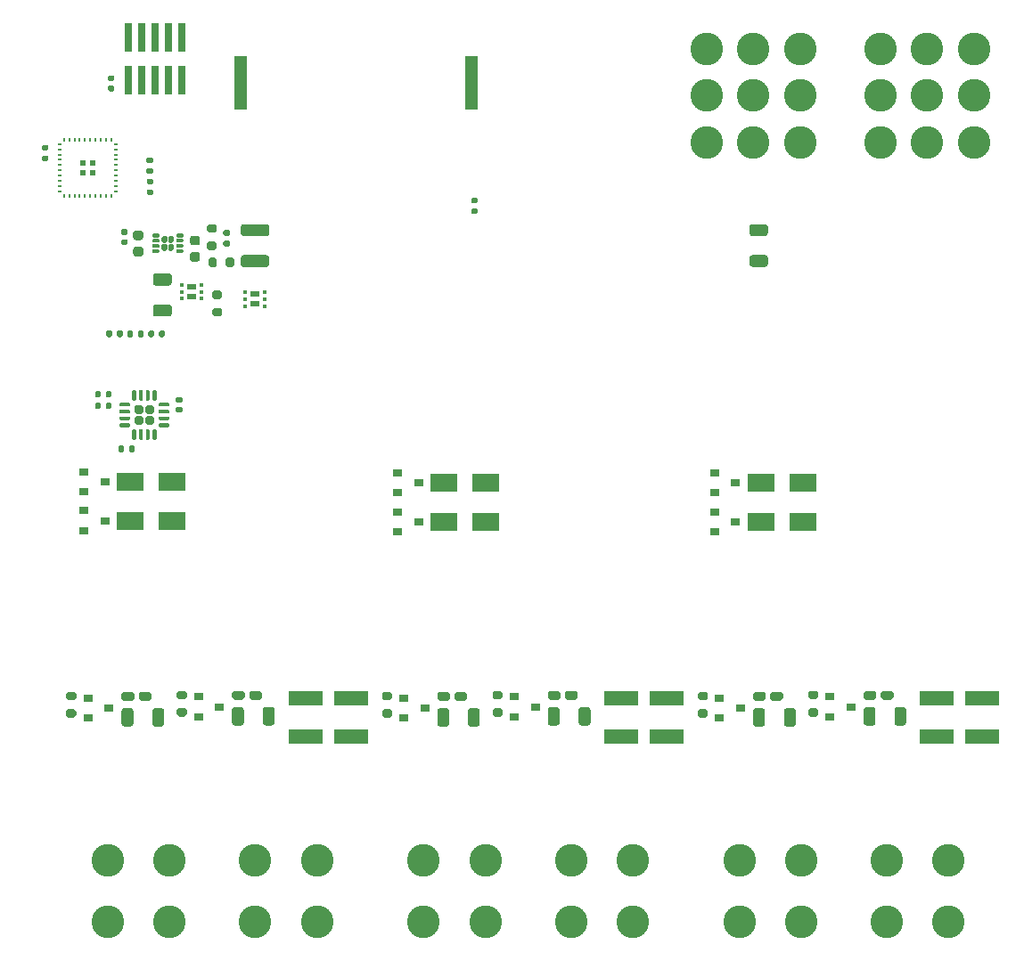
<source format=gbr>
%TF.GenerationSoftware,KiCad,Pcbnew,(5.1.9-0-10_14)*%
%TF.CreationDate,2021-05-25T14:21:41-07:00*%
%TF.ProjectId,tp_radio_board,74705f72-6164-4696-9f5f-626f6172642e,rev?*%
%TF.SameCoordinates,Original*%
%TF.FileFunction,Paste,Top*%
%TF.FilePolarity,Positive*%
%FSLAX46Y46*%
G04 Gerber Fmt 4.6, Leading zero omitted, Abs format (unit mm)*
G04 Created by KiCad (PCBNEW (5.1.9-0-10_14)) date 2021-05-25 14:21:41*
%MOMM*%
%LPD*%
G01*
G04 APERTURE LIST*
%ADD10R,0.762000X2.794000*%
%ADD11R,0.500000X0.500000*%
%ADD12R,0.250000X0.350000*%
%ADD13R,0.350000X0.250000*%
%ADD14R,0.900000X0.800000*%
%ADD15C,3.100000*%
%ADD16R,0.950000X0.613000*%
%ADD17R,0.325000X0.300000*%
%ADD18R,3.300000X1.400000*%
%ADD19R,2.500000X1.800000*%
%ADD20R,1.270000X5.080000*%
G04 APERTURE END LIST*
D10*
%TO.C,J1*%
X31340000Y-102772000D03*
X31340000Y-98708000D03*
X32610000Y-102772000D03*
X32610000Y-98708000D03*
X33880000Y-102772000D03*
X33880000Y-98708000D03*
X35150000Y-102772000D03*
X35150000Y-98708000D03*
X36420000Y-102772000D03*
X36420000Y-98708000D03*
%TD*%
D11*
%TO.C,U1*%
X27050000Y-111550000D03*
X27950000Y-111550000D03*
X27950000Y-110650000D03*
X27050000Y-110650000D03*
D12*
X29750000Y-108450000D03*
X29250000Y-108450000D03*
X28750000Y-108450000D03*
X28250000Y-108450000D03*
X27750000Y-108450000D03*
X27250000Y-108450000D03*
X26750000Y-108450000D03*
X25750000Y-108450000D03*
X26250000Y-108450000D03*
X25250000Y-108450000D03*
D13*
X30150000Y-108850000D03*
X30150000Y-109350000D03*
X30150000Y-109850000D03*
X30150000Y-110350000D03*
X30150000Y-110850000D03*
X30150000Y-111350000D03*
X30150000Y-111850000D03*
X30150000Y-112350000D03*
X30150000Y-112850000D03*
X30150000Y-113350000D03*
D12*
X29750000Y-113750000D03*
X29250000Y-113750000D03*
X28750000Y-113750000D03*
X28250000Y-113750000D03*
X27750000Y-113750000D03*
X27250000Y-113750000D03*
X26750000Y-113750000D03*
X26250000Y-113750000D03*
X25750000Y-113750000D03*
X25250000Y-113750000D03*
D13*
X24850000Y-113350000D03*
X24850000Y-112850000D03*
X24850000Y-112350000D03*
X24850000Y-111850000D03*
X24850000Y-111350000D03*
X24850000Y-110850000D03*
X24850000Y-110350000D03*
X24850000Y-109850000D03*
X24850000Y-109350000D03*
X24850000Y-108850000D03*
%TD*%
%TO.C,D12*%
G36*
G01*
X102840000Y-161462500D02*
X102840000Y-161037500D01*
G75*
G02*
X103052500Y-160825000I212500J0D01*
G01*
X103852500Y-160825000D01*
G75*
G02*
X104065000Y-161037500I0J-212500D01*
G01*
X104065000Y-161462500D01*
G75*
G02*
X103852500Y-161675000I-212500J0D01*
G01*
X103052500Y-161675000D01*
G75*
G02*
X102840000Y-161462500I0J212500D01*
G01*
G37*
G36*
G01*
X101215000Y-161462500D02*
X101215000Y-161037500D01*
G75*
G02*
X101427500Y-160825000I212500J0D01*
G01*
X102227500Y-160825000D01*
G75*
G02*
X102440000Y-161037500I0J-212500D01*
G01*
X102440000Y-161462500D01*
G75*
G02*
X102227500Y-161675000I-212500J0D01*
G01*
X101427500Y-161675000D01*
G75*
G02*
X101215000Y-161462500I0J212500D01*
G01*
G37*
%TD*%
%TO.C,D11*%
G36*
G01*
X72840000Y-161462500D02*
X72840000Y-161037500D01*
G75*
G02*
X73052500Y-160825000I212500J0D01*
G01*
X73852500Y-160825000D01*
G75*
G02*
X74065000Y-161037500I0J-212500D01*
G01*
X74065000Y-161462500D01*
G75*
G02*
X73852500Y-161675000I-212500J0D01*
G01*
X73052500Y-161675000D01*
G75*
G02*
X72840000Y-161462500I0J212500D01*
G01*
G37*
G36*
G01*
X71215000Y-161462500D02*
X71215000Y-161037500D01*
G75*
G02*
X71427500Y-160825000I212500J0D01*
G01*
X72227500Y-160825000D01*
G75*
G02*
X72440000Y-161037500I0J-212500D01*
G01*
X72440000Y-161462500D01*
G75*
G02*
X72227500Y-161675000I-212500J0D01*
G01*
X71427500Y-161675000D01*
G75*
G02*
X71215000Y-161462500I0J212500D01*
G01*
G37*
%TD*%
%TO.C,D10*%
G36*
G01*
X42840000Y-161462500D02*
X42840000Y-161037500D01*
G75*
G02*
X43052500Y-160825000I212500J0D01*
G01*
X43852500Y-160825000D01*
G75*
G02*
X44065000Y-161037500I0J-212500D01*
G01*
X44065000Y-161462500D01*
G75*
G02*
X43852500Y-161675000I-212500J0D01*
G01*
X43052500Y-161675000D01*
G75*
G02*
X42840000Y-161462500I0J212500D01*
G01*
G37*
G36*
G01*
X41215000Y-161462500D02*
X41215000Y-161037500D01*
G75*
G02*
X41427500Y-160825000I212500J0D01*
G01*
X42227500Y-160825000D01*
G75*
G02*
X42440000Y-161037500I0J-212500D01*
G01*
X42440000Y-161462500D01*
G75*
G02*
X42227500Y-161675000I-212500J0D01*
G01*
X41427500Y-161675000D01*
G75*
G02*
X41215000Y-161462500I0J212500D01*
G01*
G37*
%TD*%
%TO.C,R24*%
G36*
G01*
X42340000Y-162624998D02*
X42340000Y-163875002D01*
G75*
G02*
X42090002Y-164125000I-249998J0D01*
G01*
X41464998Y-164125000D01*
G75*
G02*
X41215000Y-163875002I0J249998D01*
G01*
X41215000Y-162624998D01*
G75*
G02*
X41464998Y-162375000I249998J0D01*
G01*
X42090002Y-162375000D01*
G75*
G02*
X42340000Y-162624998I0J-249998D01*
G01*
G37*
G36*
G01*
X45265000Y-162624998D02*
X45265000Y-163875002D01*
G75*
G02*
X45015002Y-164125000I-249998J0D01*
G01*
X44389998Y-164125000D01*
G75*
G02*
X44140000Y-163875002I0J249998D01*
G01*
X44140000Y-162624998D01*
G75*
G02*
X44389998Y-162375000I249998J0D01*
G01*
X45015002Y-162375000D01*
G75*
G02*
X45265000Y-162624998I0J-249998D01*
G01*
G37*
%TD*%
%TO.C,R26*%
G36*
G01*
X102340000Y-162624998D02*
X102340000Y-163875002D01*
G75*
G02*
X102090002Y-164125000I-249998J0D01*
G01*
X101464998Y-164125000D01*
G75*
G02*
X101215000Y-163875002I0J249998D01*
G01*
X101215000Y-162624998D01*
G75*
G02*
X101464998Y-162375000I249998J0D01*
G01*
X102090002Y-162375000D01*
G75*
G02*
X102340000Y-162624998I0J-249998D01*
G01*
G37*
G36*
G01*
X105265000Y-162624998D02*
X105265000Y-163875002D01*
G75*
G02*
X105015002Y-164125000I-249998J0D01*
G01*
X104389998Y-164125000D01*
G75*
G02*
X104140000Y-163875002I0J249998D01*
G01*
X104140000Y-162624998D01*
G75*
G02*
X104389998Y-162375000I249998J0D01*
G01*
X105015002Y-162375000D01*
G75*
G02*
X105265000Y-162624998I0J-249998D01*
G01*
G37*
%TD*%
%TO.C,R25*%
G36*
G01*
X72340000Y-162624998D02*
X72340000Y-163875002D01*
G75*
G02*
X72090002Y-164125000I-249998J0D01*
G01*
X71464998Y-164125000D01*
G75*
G02*
X71215000Y-163875002I0J249998D01*
G01*
X71215000Y-162624998D01*
G75*
G02*
X71464998Y-162375000I249998J0D01*
G01*
X72090002Y-162375000D01*
G75*
G02*
X72340000Y-162624998I0J-249998D01*
G01*
G37*
G36*
G01*
X75265000Y-162624998D02*
X75265000Y-163875002D01*
G75*
G02*
X75015002Y-164125000I-249998J0D01*
G01*
X74389998Y-164125000D01*
G75*
G02*
X74140000Y-163875002I0J249998D01*
G01*
X74140000Y-162624998D01*
G75*
G02*
X74389998Y-162375000I249998J0D01*
G01*
X75015002Y-162375000D01*
G75*
G02*
X75265000Y-162624998I0J-249998D01*
G01*
G37*
%TD*%
%TO.C,R21*%
G36*
G01*
X36715000Y-161625000D02*
X36165000Y-161625000D01*
G75*
G02*
X35965000Y-161425000I0J200000D01*
G01*
X35965000Y-161025000D01*
G75*
G02*
X36165000Y-160825000I200000J0D01*
G01*
X36715000Y-160825000D01*
G75*
G02*
X36915000Y-161025000I0J-200000D01*
G01*
X36915000Y-161425000D01*
G75*
G02*
X36715000Y-161625000I-200000J0D01*
G01*
G37*
G36*
G01*
X36715000Y-163275000D02*
X36165000Y-163275000D01*
G75*
G02*
X35965000Y-163075000I0J200000D01*
G01*
X35965000Y-162675000D01*
G75*
G02*
X36165000Y-162475000I200000J0D01*
G01*
X36715000Y-162475000D01*
G75*
G02*
X36915000Y-162675000I0J-200000D01*
G01*
X36915000Y-163075000D01*
G75*
G02*
X36715000Y-163275000I-200000J0D01*
G01*
G37*
%TD*%
%TO.C,R23*%
G36*
G01*
X96715000Y-161625000D02*
X96165000Y-161625000D01*
G75*
G02*
X95965000Y-161425000I0J200000D01*
G01*
X95965000Y-161025000D01*
G75*
G02*
X96165000Y-160825000I200000J0D01*
G01*
X96715000Y-160825000D01*
G75*
G02*
X96915000Y-161025000I0J-200000D01*
G01*
X96915000Y-161425000D01*
G75*
G02*
X96715000Y-161625000I-200000J0D01*
G01*
G37*
G36*
G01*
X96715000Y-163275000D02*
X96165000Y-163275000D01*
G75*
G02*
X95965000Y-163075000I0J200000D01*
G01*
X95965000Y-162675000D01*
G75*
G02*
X96165000Y-162475000I200000J0D01*
G01*
X96715000Y-162475000D01*
G75*
G02*
X96915000Y-162675000I0J-200000D01*
G01*
X96915000Y-163075000D01*
G75*
G02*
X96715000Y-163275000I-200000J0D01*
G01*
G37*
%TD*%
%TO.C,R22*%
G36*
G01*
X66715000Y-161625000D02*
X66165000Y-161625000D01*
G75*
G02*
X65965000Y-161425000I0J200000D01*
G01*
X65965000Y-161025000D01*
G75*
G02*
X66165000Y-160825000I200000J0D01*
G01*
X66715000Y-160825000D01*
G75*
G02*
X66915000Y-161025000I0J-200000D01*
G01*
X66915000Y-161425000D01*
G75*
G02*
X66715000Y-161625000I-200000J0D01*
G01*
G37*
G36*
G01*
X66715000Y-163275000D02*
X66165000Y-163275000D01*
G75*
G02*
X65965000Y-163075000I0J200000D01*
G01*
X65965000Y-162675000D01*
G75*
G02*
X66165000Y-162475000I200000J0D01*
G01*
X66715000Y-162475000D01*
G75*
G02*
X66915000Y-162675000I0J-200000D01*
G01*
X66915000Y-163075000D01*
G75*
G02*
X66715000Y-163275000I-200000J0D01*
G01*
G37*
%TD*%
%TO.C,R16*%
G36*
G01*
X31840000Y-162724998D02*
X31840000Y-163975002D01*
G75*
G02*
X31590002Y-164225000I-249998J0D01*
G01*
X30964998Y-164225000D01*
G75*
G02*
X30715000Y-163975002I0J249998D01*
G01*
X30715000Y-162724998D01*
G75*
G02*
X30964998Y-162475000I249998J0D01*
G01*
X31590002Y-162475000D01*
G75*
G02*
X31840000Y-162724998I0J-249998D01*
G01*
G37*
G36*
G01*
X34765000Y-162724998D02*
X34765000Y-163975002D01*
G75*
G02*
X34515002Y-164225000I-249998J0D01*
G01*
X33889998Y-164225000D01*
G75*
G02*
X33640000Y-163975002I0J249998D01*
G01*
X33640000Y-162724998D01*
G75*
G02*
X33889998Y-162475000I249998J0D01*
G01*
X34515002Y-162475000D01*
G75*
G02*
X34765000Y-162724998I0J-249998D01*
G01*
G37*
%TD*%
%TO.C,R18*%
G36*
G01*
X91840000Y-162724998D02*
X91840000Y-163975002D01*
G75*
G02*
X91590002Y-164225000I-249998J0D01*
G01*
X90964998Y-164225000D01*
G75*
G02*
X90715000Y-163975002I0J249998D01*
G01*
X90715000Y-162724998D01*
G75*
G02*
X90964998Y-162475000I249998J0D01*
G01*
X91590002Y-162475000D01*
G75*
G02*
X91840000Y-162724998I0J-249998D01*
G01*
G37*
G36*
G01*
X94765000Y-162724998D02*
X94765000Y-163975002D01*
G75*
G02*
X94515002Y-164225000I-249998J0D01*
G01*
X93889998Y-164225000D01*
G75*
G02*
X93640000Y-163975002I0J249998D01*
G01*
X93640000Y-162724998D01*
G75*
G02*
X93889998Y-162475000I249998J0D01*
G01*
X94515002Y-162475000D01*
G75*
G02*
X94765000Y-162724998I0J-249998D01*
G01*
G37*
%TD*%
%TO.C,R17*%
G36*
G01*
X61840000Y-162724998D02*
X61840000Y-163975002D01*
G75*
G02*
X61590002Y-164225000I-249998J0D01*
G01*
X60964998Y-164225000D01*
G75*
G02*
X60715000Y-163975002I0J249998D01*
G01*
X60715000Y-162724998D01*
G75*
G02*
X60964998Y-162475000I249998J0D01*
G01*
X61590002Y-162475000D01*
G75*
G02*
X61840000Y-162724998I0J-249998D01*
G01*
G37*
G36*
G01*
X64765000Y-162724998D02*
X64765000Y-163975002D01*
G75*
G02*
X64515002Y-164225000I-249998J0D01*
G01*
X63889998Y-164225000D01*
G75*
G02*
X63640000Y-163975002I0J249998D01*
G01*
X63640000Y-162724998D01*
G75*
G02*
X63889998Y-162475000I249998J0D01*
G01*
X64515002Y-162475000D01*
G75*
G02*
X64765000Y-162724998I0J-249998D01*
G01*
G37*
%TD*%
%TO.C,R13*%
G36*
G01*
X26215000Y-161725000D02*
X25665000Y-161725000D01*
G75*
G02*
X25465000Y-161525000I0J200000D01*
G01*
X25465000Y-161125000D01*
G75*
G02*
X25665000Y-160925000I200000J0D01*
G01*
X26215000Y-160925000D01*
G75*
G02*
X26415000Y-161125000I0J-200000D01*
G01*
X26415000Y-161525000D01*
G75*
G02*
X26215000Y-161725000I-200000J0D01*
G01*
G37*
G36*
G01*
X26215000Y-163375000D02*
X25665000Y-163375000D01*
G75*
G02*
X25465000Y-163175000I0J200000D01*
G01*
X25465000Y-162775000D01*
G75*
G02*
X25665000Y-162575000I200000J0D01*
G01*
X26215000Y-162575000D01*
G75*
G02*
X26415000Y-162775000I0J-200000D01*
G01*
X26415000Y-163175000D01*
G75*
G02*
X26215000Y-163375000I-200000J0D01*
G01*
G37*
%TD*%
%TO.C,R15*%
G36*
G01*
X86215000Y-161725000D02*
X85665000Y-161725000D01*
G75*
G02*
X85465000Y-161525000I0J200000D01*
G01*
X85465000Y-161125000D01*
G75*
G02*
X85665000Y-160925000I200000J0D01*
G01*
X86215000Y-160925000D01*
G75*
G02*
X86415000Y-161125000I0J-200000D01*
G01*
X86415000Y-161525000D01*
G75*
G02*
X86215000Y-161725000I-200000J0D01*
G01*
G37*
G36*
G01*
X86215000Y-163375000D02*
X85665000Y-163375000D01*
G75*
G02*
X85465000Y-163175000I0J200000D01*
G01*
X85465000Y-162775000D01*
G75*
G02*
X85665000Y-162575000I200000J0D01*
G01*
X86215000Y-162575000D01*
G75*
G02*
X86415000Y-162775000I0J-200000D01*
G01*
X86415000Y-163175000D01*
G75*
G02*
X86215000Y-163375000I-200000J0D01*
G01*
G37*
%TD*%
%TO.C,R14*%
G36*
G01*
X56215000Y-161725000D02*
X55665000Y-161725000D01*
G75*
G02*
X55465000Y-161525000I0J200000D01*
G01*
X55465000Y-161125000D01*
G75*
G02*
X55665000Y-160925000I200000J0D01*
G01*
X56215000Y-160925000D01*
G75*
G02*
X56415000Y-161125000I0J-200000D01*
G01*
X56415000Y-161525000D01*
G75*
G02*
X56215000Y-161725000I-200000J0D01*
G01*
G37*
G36*
G01*
X56215000Y-163375000D02*
X55665000Y-163375000D01*
G75*
G02*
X55465000Y-163175000I0J200000D01*
G01*
X55465000Y-162775000D01*
G75*
G02*
X55665000Y-162575000I200000J0D01*
G01*
X56215000Y-162575000D01*
G75*
G02*
X56415000Y-162775000I0J-200000D01*
G01*
X56415000Y-163175000D01*
G75*
G02*
X56215000Y-163375000I-200000J0D01*
G01*
G37*
%TD*%
D14*
%TO.C,Q10*%
X40040000Y-162350000D03*
X38040000Y-163300000D03*
X38040000Y-161400000D03*
%TD*%
%TO.C,Q12*%
X100040000Y-162350000D03*
X98040000Y-163300000D03*
X98040000Y-161400000D03*
%TD*%
%TO.C,Q11*%
X70040000Y-162350000D03*
X68040000Y-163300000D03*
X68040000Y-161400000D03*
%TD*%
%TO.C,Q7*%
X29540000Y-162450000D03*
X27540000Y-163400000D03*
X27540000Y-161500000D03*
%TD*%
%TO.C,Q9*%
X89540000Y-162450000D03*
X87540000Y-163400000D03*
X87540000Y-161500000D03*
%TD*%
%TO.C,Q8*%
X59540000Y-162450000D03*
X57540000Y-163400000D03*
X57540000Y-161500000D03*
%TD*%
%TO.C,D7*%
G36*
G01*
X32340000Y-161562500D02*
X32340000Y-161137500D01*
G75*
G02*
X32552500Y-160925000I212500J0D01*
G01*
X33352500Y-160925000D01*
G75*
G02*
X33565000Y-161137500I0J-212500D01*
G01*
X33565000Y-161562500D01*
G75*
G02*
X33352500Y-161775000I-212500J0D01*
G01*
X32552500Y-161775000D01*
G75*
G02*
X32340000Y-161562500I0J212500D01*
G01*
G37*
G36*
G01*
X30715000Y-161562500D02*
X30715000Y-161137500D01*
G75*
G02*
X30927500Y-160925000I212500J0D01*
G01*
X31727500Y-160925000D01*
G75*
G02*
X31940000Y-161137500I0J-212500D01*
G01*
X31940000Y-161562500D01*
G75*
G02*
X31727500Y-161775000I-212500J0D01*
G01*
X30927500Y-161775000D01*
G75*
G02*
X30715000Y-161562500I0J212500D01*
G01*
G37*
%TD*%
%TO.C,D9*%
G36*
G01*
X92340000Y-161562500D02*
X92340000Y-161137500D01*
G75*
G02*
X92552500Y-160925000I212500J0D01*
G01*
X93352500Y-160925000D01*
G75*
G02*
X93565000Y-161137500I0J-212500D01*
G01*
X93565000Y-161562500D01*
G75*
G02*
X93352500Y-161775000I-212500J0D01*
G01*
X92552500Y-161775000D01*
G75*
G02*
X92340000Y-161562500I0J212500D01*
G01*
G37*
G36*
G01*
X90715000Y-161562500D02*
X90715000Y-161137500D01*
G75*
G02*
X90927500Y-160925000I212500J0D01*
G01*
X91727500Y-160925000D01*
G75*
G02*
X91940000Y-161137500I0J-212500D01*
G01*
X91940000Y-161562500D01*
G75*
G02*
X91727500Y-161775000I-212500J0D01*
G01*
X90927500Y-161775000D01*
G75*
G02*
X90715000Y-161562500I0J212500D01*
G01*
G37*
%TD*%
%TO.C,D8*%
G36*
G01*
X62340000Y-161562500D02*
X62340000Y-161137500D01*
G75*
G02*
X62552500Y-160925000I212500J0D01*
G01*
X63352500Y-160925000D01*
G75*
G02*
X63565000Y-161137500I0J-212500D01*
G01*
X63565000Y-161562500D01*
G75*
G02*
X63352500Y-161775000I-212500J0D01*
G01*
X62552500Y-161775000D01*
G75*
G02*
X62340000Y-161562500I0J212500D01*
G01*
G37*
G36*
G01*
X60715000Y-161562500D02*
X60715000Y-161137500D01*
G75*
G02*
X60927500Y-160925000I212500J0D01*
G01*
X61727500Y-160925000D01*
G75*
G02*
X61940000Y-161137500I0J-212500D01*
G01*
X61940000Y-161562500D01*
G75*
G02*
X61727500Y-161775000I-212500J0D01*
G01*
X60927500Y-161775000D01*
G75*
G02*
X60715000Y-161562500I0J212500D01*
G01*
G37*
%TD*%
D15*
%TO.C,J10*%
X90750000Y-104250000D03*
X90750000Y-108685000D03*
X86315000Y-104250000D03*
X90750000Y-99815000D03*
X95185000Y-104250000D03*
X86315000Y-99815000D03*
X95185000Y-99815000D03*
X95185000Y-108685000D03*
X86315000Y-108685000D03*
%TD*%
%TO.C,J8*%
X107250000Y-104250000D03*
X107250000Y-108685000D03*
X102815000Y-104250000D03*
X107250000Y-99815000D03*
X111685000Y-104250000D03*
X102815000Y-99815000D03*
X111685000Y-99815000D03*
X111685000Y-108685000D03*
X102815000Y-108685000D03*
%TD*%
%TO.C,J7*%
X103405000Y-176915000D03*
X109275000Y-176915000D03*
X109275000Y-182785000D03*
X103405000Y-182785000D03*
%TD*%
%TO.C,J6*%
X73405000Y-176915000D03*
X79275000Y-176915000D03*
X79275000Y-182785000D03*
X73405000Y-182785000D03*
%TD*%
%TO.C,J5*%
X43405000Y-176915000D03*
X49275000Y-176915000D03*
X49275000Y-182785000D03*
X43405000Y-182785000D03*
%TD*%
%TO.C,J4*%
X89405000Y-176915000D03*
X95275000Y-176915000D03*
X95275000Y-182785000D03*
X89405000Y-182785000D03*
%TD*%
%TO.C,J3*%
X59405000Y-176915000D03*
X65275000Y-176915000D03*
X65275000Y-182785000D03*
X59405000Y-182785000D03*
%TD*%
%TO.C,J2*%
X29405000Y-176915000D03*
X35275000Y-176915000D03*
X35275000Y-182785000D03*
X29405000Y-182785000D03*
%TD*%
%TO.C,R20*%
G36*
G01*
X91875002Y-117600000D02*
X90624998Y-117600000D01*
G75*
G02*
X90375000Y-117350002I0J249998D01*
G01*
X90375000Y-116724998D01*
G75*
G02*
X90624998Y-116475000I249998J0D01*
G01*
X91875002Y-116475000D01*
G75*
G02*
X92125000Y-116724998I0J-249998D01*
G01*
X92125000Y-117350002D01*
G75*
G02*
X91875002Y-117600000I-249998J0D01*
G01*
G37*
G36*
G01*
X91875002Y-120525000D02*
X90624998Y-120525000D01*
G75*
G02*
X90375000Y-120275002I0J249998D01*
G01*
X90375000Y-119649998D01*
G75*
G02*
X90624998Y-119400000I249998J0D01*
G01*
X91875002Y-119400000D01*
G75*
G02*
X92125000Y-119649998I0J-249998D01*
G01*
X92125000Y-120275002D01*
G75*
G02*
X91875002Y-120525000I-249998J0D01*
G01*
G37*
%TD*%
%TO.C,R19*%
G36*
G01*
X64435000Y-114490000D02*
X64065000Y-114490000D01*
G75*
G02*
X63930000Y-114355000I0J135000D01*
G01*
X63930000Y-114085000D01*
G75*
G02*
X64065000Y-113950000I135000J0D01*
G01*
X64435000Y-113950000D01*
G75*
G02*
X64570000Y-114085000I0J-135000D01*
G01*
X64570000Y-114355000D01*
G75*
G02*
X64435000Y-114490000I-135000J0D01*
G01*
G37*
G36*
G01*
X64435000Y-115510000D02*
X64065000Y-115510000D01*
G75*
G02*
X63930000Y-115375000I0J135000D01*
G01*
X63930000Y-115105000D01*
G75*
G02*
X64065000Y-114970000I135000J0D01*
G01*
X64435000Y-114970000D01*
G75*
G02*
X64570000Y-115105000I0J-135000D01*
G01*
X64570000Y-115375000D01*
G75*
G02*
X64435000Y-115510000I-135000J0D01*
G01*
G37*
%TD*%
D16*
%TO.C,U6*%
X43400000Y-123133500D03*
X43400000Y-124066500D03*
D17*
X44325000Y-122950000D03*
X44325000Y-124250000D03*
X44325000Y-123600000D03*
X42475000Y-124250000D03*
X42475000Y-123600000D03*
X42475000Y-122950000D03*
%TD*%
D16*
%TO.C,U5*%
X37400000Y-122433500D03*
X37400000Y-123366500D03*
D17*
X38325000Y-122250000D03*
X38325000Y-123550000D03*
X38325000Y-122900000D03*
X36475000Y-123550000D03*
X36475000Y-122900000D03*
X36475000Y-122250000D03*
%TD*%
%TO.C,U4*%
G36*
G01*
X35140000Y-118870000D02*
X35140000Y-118480000D01*
G75*
G02*
X35270000Y-118350000I130000J0D01*
G01*
X35530000Y-118350000D01*
G75*
G02*
X35660000Y-118480000I0J-130000D01*
G01*
X35660000Y-118870000D01*
G75*
G02*
X35530000Y-119000000I-130000J0D01*
G01*
X35270000Y-119000000D01*
G75*
G02*
X35140000Y-118870000I0J130000D01*
G01*
G37*
G36*
G01*
X35140000Y-118120000D02*
X35140000Y-117730000D01*
G75*
G02*
X35270000Y-117600000I130000J0D01*
G01*
X35530000Y-117600000D01*
G75*
G02*
X35660000Y-117730000I0J-130000D01*
G01*
X35660000Y-118120000D01*
G75*
G02*
X35530000Y-118250000I-130000J0D01*
G01*
X35270000Y-118250000D01*
G75*
G02*
X35140000Y-118120000I0J130000D01*
G01*
G37*
G36*
G01*
X34540000Y-118870000D02*
X34540000Y-118480000D01*
G75*
G02*
X34670000Y-118350000I130000J0D01*
G01*
X34930000Y-118350000D01*
G75*
G02*
X35060000Y-118480000I0J-130000D01*
G01*
X35060000Y-118870000D01*
G75*
G02*
X34930000Y-119000000I-130000J0D01*
G01*
X34670000Y-119000000D01*
G75*
G02*
X34540000Y-118870000I0J130000D01*
G01*
G37*
G36*
G01*
X34540000Y-118120000D02*
X34540000Y-117730000D01*
G75*
G02*
X34670000Y-117600000I130000J0D01*
G01*
X34930000Y-117600000D01*
G75*
G02*
X35060000Y-117730000I0J-130000D01*
G01*
X35060000Y-118120000D01*
G75*
G02*
X34930000Y-118250000I-130000J0D01*
G01*
X34670000Y-118250000D01*
G75*
G02*
X34540000Y-118120000I0J130000D01*
G01*
G37*
G36*
G01*
X35900000Y-117637500D02*
X35900000Y-117462500D01*
G75*
G02*
X35987500Y-117375000I87500J0D01*
G01*
X36487500Y-117375000D01*
G75*
G02*
X36575000Y-117462500I0J-87500D01*
G01*
X36575000Y-117637500D01*
G75*
G02*
X36487500Y-117725000I-87500J0D01*
G01*
X35987500Y-117725000D01*
G75*
G02*
X35900000Y-117637500I0J87500D01*
G01*
G37*
G36*
G01*
X35900000Y-118137500D02*
X35900000Y-117962500D01*
G75*
G02*
X35987500Y-117875000I87500J0D01*
G01*
X36487500Y-117875000D01*
G75*
G02*
X36575000Y-117962500I0J-87500D01*
G01*
X36575000Y-118137500D01*
G75*
G02*
X36487500Y-118225000I-87500J0D01*
G01*
X35987500Y-118225000D01*
G75*
G02*
X35900000Y-118137500I0J87500D01*
G01*
G37*
G36*
G01*
X35900000Y-118637500D02*
X35900000Y-118462500D01*
G75*
G02*
X35987500Y-118375000I87500J0D01*
G01*
X36487500Y-118375000D01*
G75*
G02*
X36575000Y-118462500I0J-87500D01*
G01*
X36575000Y-118637500D01*
G75*
G02*
X36487500Y-118725000I-87500J0D01*
G01*
X35987500Y-118725000D01*
G75*
G02*
X35900000Y-118637500I0J87500D01*
G01*
G37*
G36*
G01*
X35900000Y-119137500D02*
X35900000Y-118962500D01*
G75*
G02*
X35987500Y-118875000I87500J0D01*
G01*
X36487500Y-118875000D01*
G75*
G02*
X36575000Y-118962500I0J-87500D01*
G01*
X36575000Y-119137500D01*
G75*
G02*
X36487500Y-119225000I-87500J0D01*
G01*
X35987500Y-119225000D01*
G75*
G02*
X35900000Y-119137500I0J87500D01*
G01*
G37*
G36*
G01*
X33625000Y-119137500D02*
X33625000Y-118962500D01*
G75*
G02*
X33712500Y-118875000I87500J0D01*
G01*
X34212500Y-118875000D01*
G75*
G02*
X34300000Y-118962500I0J-87500D01*
G01*
X34300000Y-119137500D01*
G75*
G02*
X34212500Y-119225000I-87500J0D01*
G01*
X33712500Y-119225000D01*
G75*
G02*
X33625000Y-119137500I0J87500D01*
G01*
G37*
G36*
G01*
X33625000Y-118637500D02*
X33625000Y-118462500D01*
G75*
G02*
X33712500Y-118375000I87500J0D01*
G01*
X34212500Y-118375000D01*
G75*
G02*
X34300000Y-118462500I0J-87500D01*
G01*
X34300000Y-118637500D01*
G75*
G02*
X34212500Y-118725000I-87500J0D01*
G01*
X33712500Y-118725000D01*
G75*
G02*
X33625000Y-118637500I0J87500D01*
G01*
G37*
G36*
G01*
X33625000Y-118137500D02*
X33625000Y-117962500D01*
G75*
G02*
X33712500Y-117875000I87500J0D01*
G01*
X34212500Y-117875000D01*
G75*
G02*
X34300000Y-117962500I0J-87500D01*
G01*
X34300000Y-118137500D01*
G75*
G02*
X34212500Y-118225000I-87500J0D01*
G01*
X33712500Y-118225000D01*
G75*
G02*
X33625000Y-118137500I0J87500D01*
G01*
G37*
G36*
G01*
X33625000Y-117637500D02*
X33625000Y-117462500D01*
G75*
G02*
X33712500Y-117375000I87500J0D01*
G01*
X34212500Y-117375000D01*
G75*
G02*
X34300000Y-117462500I0J-87500D01*
G01*
X34300000Y-117637500D01*
G75*
G02*
X34212500Y-117725000I-87500J0D01*
G01*
X33712500Y-117725000D01*
G75*
G02*
X33625000Y-117637500I0J87500D01*
G01*
G37*
%TD*%
%TO.C,R30*%
G36*
G01*
X39775000Y-119825000D02*
X39775000Y-120375000D01*
G75*
G02*
X39575000Y-120575000I-200000J0D01*
G01*
X39175000Y-120575000D01*
G75*
G02*
X38975000Y-120375000I0J200000D01*
G01*
X38975000Y-119825000D01*
G75*
G02*
X39175000Y-119625000I200000J0D01*
G01*
X39575000Y-119625000D01*
G75*
G02*
X39775000Y-119825000I0J-200000D01*
G01*
G37*
G36*
G01*
X41425000Y-119825000D02*
X41425000Y-120375000D01*
G75*
G02*
X41225000Y-120575000I-200000J0D01*
G01*
X40825000Y-120575000D01*
G75*
G02*
X40625000Y-120375000I0J200000D01*
G01*
X40625000Y-119825000D01*
G75*
G02*
X40825000Y-119625000I200000J0D01*
G01*
X41225000Y-119625000D01*
G75*
G02*
X41425000Y-119825000I0J-200000D01*
G01*
G37*
%TD*%
%TO.C,R29*%
G36*
G01*
X39025000Y-118125000D02*
X39575000Y-118125000D01*
G75*
G02*
X39775000Y-118325000I0J-200000D01*
G01*
X39775000Y-118725000D01*
G75*
G02*
X39575000Y-118925000I-200000J0D01*
G01*
X39025000Y-118925000D01*
G75*
G02*
X38825000Y-118725000I0J200000D01*
G01*
X38825000Y-118325000D01*
G75*
G02*
X39025000Y-118125000I200000J0D01*
G01*
G37*
G36*
G01*
X39025000Y-116475000D02*
X39575000Y-116475000D01*
G75*
G02*
X39775000Y-116675000I0J-200000D01*
G01*
X39775000Y-117075000D01*
G75*
G02*
X39575000Y-117275000I-200000J0D01*
G01*
X39025000Y-117275000D01*
G75*
G02*
X38825000Y-117075000I0J200000D01*
G01*
X38825000Y-116675000D01*
G75*
G02*
X39025000Y-116475000I200000J0D01*
G01*
G37*
%TD*%
%TO.C,R28*%
G36*
G01*
X40075000Y-123575000D02*
X39525000Y-123575000D01*
G75*
G02*
X39325000Y-123375000I0J200000D01*
G01*
X39325000Y-122975000D01*
G75*
G02*
X39525000Y-122775000I200000J0D01*
G01*
X40075000Y-122775000D01*
G75*
G02*
X40275000Y-122975000I0J-200000D01*
G01*
X40275000Y-123375000D01*
G75*
G02*
X40075000Y-123575000I-200000J0D01*
G01*
G37*
G36*
G01*
X40075000Y-125225000D02*
X39525000Y-125225000D01*
G75*
G02*
X39325000Y-125025000I0J200000D01*
G01*
X39325000Y-124625000D01*
G75*
G02*
X39525000Y-124425000I200000J0D01*
G01*
X40075000Y-124425000D01*
G75*
G02*
X40275000Y-124625000I0J-200000D01*
G01*
X40275000Y-125025000D01*
G75*
G02*
X40075000Y-125225000I-200000J0D01*
G01*
G37*
%TD*%
%TO.C,R27*%
G36*
G01*
X40515000Y-118040000D02*
X40885000Y-118040000D01*
G75*
G02*
X41020000Y-118175000I0J-135000D01*
G01*
X41020000Y-118445000D01*
G75*
G02*
X40885000Y-118580000I-135000J0D01*
G01*
X40515000Y-118580000D01*
G75*
G02*
X40380000Y-118445000I0J135000D01*
G01*
X40380000Y-118175000D01*
G75*
G02*
X40515000Y-118040000I135000J0D01*
G01*
G37*
G36*
G01*
X40515000Y-117020000D02*
X40885000Y-117020000D01*
G75*
G02*
X41020000Y-117155000I0J-135000D01*
G01*
X41020000Y-117425000D01*
G75*
G02*
X40885000Y-117560000I-135000J0D01*
G01*
X40515000Y-117560000D01*
G75*
G02*
X40380000Y-117425000I0J135000D01*
G01*
X40380000Y-117155000D01*
G75*
G02*
X40515000Y-117020000I135000J0D01*
G01*
G37*
%TD*%
%TO.C,R12*%
G36*
G01*
X29225000Y-133920000D02*
X29225000Y-133550000D01*
G75*
G02*
X29360000Y-133415000I135000J0D01*
G01*
X29630000Y-133415000D01*
G75*
G02*
X29765000Y-133550000I0J-135000D01*
G01*
X29765000Y-133920000D01*
G75*
G02*
X29630000Y-134055000I-135000J0D01*
G01*
X29360000Y-134055000D01*
G75*
G02*
X29225000Y-133920000I0J135000D01*
G01*
G37*
G36*
G01*
X28205000Y-133920000D02*
X28205000Y-133550000D01*
G75*
G02*
X28340000Y-133415000I135000J0D01*
G01*
X28610000Y-133415000D01*
G75*
G02*
X28745000Y-133550000I0J-135000D01*
G01*
X28745000Y-133920000D01*
G75*
G02*
X28610000Y-134055000I-135000J0D01*
G01*
X28340000Y-134055000D01*
G75*
G02*
X28205000Y-133920000I0J135000D01*
G01*
G37*
%TD*%
%TO.C,R11*%
G36*
G01*
X29225000Y-132820000D02*
X29225000Y-132450000D01*
G75*
G02*
X29360000Y-132315000I135000J0D01*
G01*
X29630000Y-132315000D01*
G75*
G02*
X29765000Y-132450000I0J-135000D01*
G01*
X29765000Y-132820000D01*
G75*
G02*
X29630000Y-132955000I-135000J0D01*
G01*
X29360000Y-132955000D01*
G75*
G02*
X29225000Y-132820000I0J135000D01*
G01*
G37*
G36*
G01*
X28205000Y-132820000D02*
X28205000Y-132450000D01*
G75*
G02*
X28340000Y-132315000I135000J0D01*
G01*
X28610000Y-132315000D01*
G75*
G02*
X28745000Y-132450000I0J-135000D01*
G01*
X28745000Y-132820000D01*
G75*
G02*
X28610000Y-132955000I-135000J0D01*
G01*
X28340000Y-132955000D01*
G75*
G02*
X28205000Y-132820000I0J135000D01*
G01*
G37*
%TD*%
%TO.C,R10*%
G36*
G01*
X30285000Y-127070000D02*
X30285000Y-126700000D01*
G75*
G02*
X30420000Y-126565000I135000J0D01*
G01*
X30690000Y-126565000D01*
G75*
G02*
X30825000Y-126700000I0J-135000D01*
G01*
X30825000Y-127070000D01*
G75*
G02*
X30690000Y-127205000I-135000J0D01*
G01*
X30420000Y-127205000D01*
G75*
G02*
X30285000Y-127070000I0J135000D01*
G01*
G37*
G36*
G01*
X29265000Y-127070000D02*
X29265000Y-126700000D01*
G75*
G02*
X29400000Y-126565000I135000J0D01*
G01*
X29670000Y-126565000D01*
G75*
G02*
X29805000Y-126700000I0J-135000D01*
G01*
X29805000Y-127070000D01*
G75*
G02*
X29670000Y-127205000I-135000J0D01*
G01*
X29400000Y-127205000D01*
G75*
G02*
X29265000Y-127070000I0J135000D01*
G01*
G37*
%TD*%
%TO.C,R9*%
G36*
G01*
X31425000Y-138020000D02*
X31425000Y-137650000D01*
G75*
G02*
X31560000Y-137515000I135000J0D01*
G01*
X31830000Y-137515000D01*
G75*
G02*
X31965000Y-137650000I0J-135000D01*
G01*
X31965000Y-138020000D01*
G75*
G02*
X31830000Y-138155000I-135000J0D01*
G01*
X31560000Y-138155000D01*
G75*
G02*
X31425000Y-138020000I0J135000D01*
G01*
G37*
G36*
G01*
X30405000Y-138020000D02*
X30405000Y-137650000D01*
G75*
G02*
X30540000Y-137515000I135000J0D01*
G01*
X30810000Y-137515000D01*
G75*
G02*
X30945000Y-137650000I0J-135000D01*
G01*
X30945000Y-138020000D01*
G75*
G02*
X30810000Y-138155000I-135000J0D01*
G01*
X30540000Y-138155000D01*
G75*
G02*
X30405000Y-138020000I0J135000D01*
G01*
G37*
%TD*%
%TO.C,R8*%
G36*
G01*
X32285000Y-127070000D02*
X32285000Y-126700000D01*
G75*
G02*
X32420000Y-126565000I135000J0D01*
G01*
X32690000Y-126565000D01*
G75*
G02*
X32825000Y-126700000I0J-135000D01*
G01*
X32825000Y-127070000D01*
G75*
G02*
X32690000Y-127205000I-135000J0D01*
G01*
X32420000Y-127205000D01*
G75*
G02*
X32285000Y-127070000I0J135000D01*
G01*
G37*
G36*
G01*
X31265000Y-127070000D02*
X31265000Y-126700000D01*
G75*
G02*
X31400000Y-126565000I135000J0D01*
G01*
X31670000Y-126565000D01*
G75*
G02*
X31805000Y-126700000I0J-135000D01*
G01*
X31805000Y-127070000D01*
G75*
G02*
X31670000Y-127205000I-135000J0D01*
G01*
X31400000Y-127205000D01*
G75*
G02*
X31265000Y-127070000I0J135000D01*
G01*
G37*
%TD*%
%TO.C,R7*%
G36*
G01*
X33805000Y-126700000D02*
X33805000Y-127070000D01*
G75*
G02*
X33670000Y-127205000I-135000J0D01*
G01*
X33400000Y-127205000D01*
G75*
G02*
X33265000Y-127070000I0J135000D01*
G01*
X33265000Y-126700000D01*
G75*
G02*
X33400000Y-126565000I135000J0D01*
G01*
X33670000Y-126565000D01*
G75*
G02*
X33805000Y-126700000I0J-135000D01*
G01*
G37*
G36*
G01*
X34825000Y-126700000D02*
X34825000Y-127070000D01*
G75*
G02*
X34690000Y-127205000I-135000J0D01*
G01*
X34420000Y-127205000D01*
G75*
G02*
X34285000Y-127070000I0J135000D01*
G01*
X34285000Y-126700000D01*
G75*
G02*
X34420000Y-126565000I135000J0D01*
G01*
X34690000Y-126565000D01*
G75*
G02*
X34825000Y-126700000I0J-135000D01*
G01*
G37*
%TD*%
D18*
%TO.C,R4*%
X52490000Y-161550000D03*
X52490000Y-165150000D03*
X48190000Y-161550000D03*
X48190000Y-165150000D03*
%TD*%
%TO.C,R5*%
X82490000Y-161550000D03*
X82490000Y-165150000D03*
X78190000Y-161550000D03*
X78190000Y-165150000D03*
%TD*%
%TO.C,R3*%
G36*
G01*
X33605000Y-110670000D02*
X33235000Y-110670000D01*
G75*
G02*
X33100000Y-110535000I0J135000D01*
G01*
X33100000Y-110265000D01*
G75*
G02*
X33235000Y-110130000I135000J0D01*
G01*
X33605000Y-110130000D01*
G75*
G02*
X33740000Y-110265000I0J-135000D01*
G01*
X33740000Y-110535000D01*
G75*
G02*
X33605000Y-110670000I-135000J0D01*
G01*
G37*
G36*
G01*
X33605000Y-111690000D02*
X33235000Y-111690000D01*
G75*
G02*
X33100000Y-111555000I0J135000D01*
G01*
X33100000Y-111285000D01*
G75*
G02*
X33235000Y-111150000I135000J0D01*
G01*
X33605000Y-111150000D01*
G75*
G02*
X33740000Y-111285000I0J-135000D01*
G01*
X33740000Y-111555000D01*
G75*
G02*
X33605000Y-111690000I-135000J0D01*
G01*
G37*
%TD*%
%TO.C,R2*%
G36*
G01*
X33245000Y-113170000D02*
X33615000Y-113170000D01*
G75*
G02*
X33750000Y-113305000I0J-135000D01*
G01*
X33750000Y-113575000D01*
G75*
G02*
X33615000Y-113710000I-135000J0D01*
G01*
X33245000Y-113710000D01*
G75*
G02*
X33110000Y-113575000I0J135000D01*
G01*
X33110000Y-113305000D01*
G75*
G02*
X33245000Y-113170000I135000J0D01*
G01*
G37*
G36*
G01*
X33245000Y-112150000D02*
X33615000Y-112150000D01*
G75*
G02*
X33750000Y-112285000I0J-135000D01*
G01*
X33750000Y-112555000D01*
G75*
G02*
X33615000Y-112690000I-135000J0D01*
G01*
X33245000Y-112690000D01*
G75*
G02*
X33110000Y-112555000I0J135000D01*
G01*
X33110000Y-112285000D01*
G75*
G02*
X33245000Y-112150000I135000J0D01*
G01*
G37*
%TD*%
%TO.C,R1*%
G36*
G01*
X23275000Y-109950000D02*
X23645000Y-109950000D01*
G75*
G02*
X23780000Y-110085000I0J-135000D01*
G01*
X23780000Y-110355000D01*
G75*
G02*
X23645000Y-110490000I-135000J0D01*
G01*
X23275000Y-110490000D01*
G75*
G02*
X23140000Y-110355000I0J135000D01*
G01*
X23140000Y-110085000D01*
G75*
G02*
X23275000Y-109950000I135000J0D01*
G01*
G37*
G36*
G01*
X23275000Y-108930000D02*
X23645000Y-108930000D01*
G75*
G02*
X23780000Y-109065000I0J-135000D01*
G01*
X23780000Y-109335000D01*
G75*
G02*
X23645000Y-109470000I-135000J0D01*
G01*
X23275000Y-109470000D01*
G75*
G02*
X23140000Y-109335000I0J135000D01*
G01*
X23140000Y-109065000D01*
G75*
G02*
X23275000Y-108930000I135000J0D01*
G01*
G37*
%TD*%
D14*
%TO.C,Q6*%
X89040000Y-141050000D03*
X87040000Y-142000000D03*
X87040000Y-140100000D03*
%TD*%
%TO.C,Q3*%
X89040000Y-144750000D03*
X87040000Y-145700000D03*
X87040000Y-143800000D03*
%TD*%
%TO.C,Q4*%
X29140000Y-140950000D03*
X27140000Y-141900000D03*
X27140000Y-140000000D03*
%TD*%
%TO.C,Q1*%
X29140000Y-144650000D03*
X27140000Y-145600000D03*
X27140000Y-143700000D03*
%TD*%
D19*
%TO.C,D6*%
X91440000Y-141050000D03*
X95440000Y-141050000D03*
%TD*%
%TO.C,D3*%
X91440000Y-144750000D03*
X95440000Y-144750000D03*
%TD*%
%TO.C,D4*%
X31540000Y-140950000D03*
X35540000Y-140950000D03*
%TD*%
%TO.C,D1*%
X31540000Y-144650000D03*
X35540000Y-144650000D03*
%TD*%
%TO.C,C7*%
G36*
G01*
X42299999Y-119400000D02*
X44500001Y-119400000D01*
G75*
G02*
X44750000Y-119649999I0J-249999D01*
G01*
X44750000Y-120300001D01*
G75*
G02*
X44500001Y-120550000I-249999J0D01*
G01*
X42299999Y-120550000D01*
G75*
G02*
X42050000Y-120300001I0J249999D01*
G01*
X42050000Y-119649999D01*
G75*
G02*
X42299999Y-119400000I249999J0D01*
G01*
G37*
G36*
G01*
X42299999Y-116450000D02*
X44500001Y-116450000D01*
G75*
G02*
X44750000Y-116699999I0J-249999D01*
G01*
X44750000Y-117350001D01*
G75*
G02*
X44500001Y-117600000I-249999J0D01*
G01*
X42299999Y-117600000D01*
G75*
G02*
X42050000Y-117350001I0J249999D01*
G01*
X42050000Y-116699999D01*
G75*
G02*
X42299999Y-116450000I249999J0D01*
G01*
G37*
%TD*%
%TO.C,C6*%
G36*
G01*
X37450000Y-119125000D02*
X37950000Y-119125000D01*
G75*
G02*
X38175000Y-119350000I0J-225000D01*
G01*
X38175000Y-119800000D01*
G75*
G02*
X37950000Y-120025000I-225000J0D01*
G01*
X37450000Y-120025000D01*
G75*
G02*
X37225000Y-119800000I0J225000D01*
G01*
X37225000Y-119350000D01*
G75*
G02*
X37450000Y-119125000I225000J0D01*
G01*
G37*
G36*
G01*
X37450000Y-117575000D02*
X37950000Y-117575000D01*
G75*
G02*
X38175000Y-117800000I0J-225000D01*
G01*
X38175000Y-118250000D01*
G75*
G02*
X37950000Y-118475000I-225000J0D01*
G01*
X37450000Y-118475000D01*
G75*
G02*
X37225000Y-118250000I0J225000D01*
G01*
X37225000Y-117800000D01*
G75*
G02*
X37450000Y-117575000I225000J0D01*
G01*
G37*
%TD*%
%TO.C,C5*%
G36*
G01*
X32050000Y-118625000D02*
X32550000Y-118625000D01*
G75*
G02*
X32775000Y-118850000I0J-225000D01*
G01*
X32775000Y-119300000D01*
G75*
G02*
X32550000Y-119525000I-225000J0D01*
G01*
X32050000Y-119525000D01*
G75*
G02*
X31825000Y-119300000I0J225000D01*
G01*
X31825000Y-118850000D01*
G75*
G02*
X32050000Y-118625000I225000J0D01*
G01*
G37*
G36*
G01*
X32050000Y-117075000D02*
X32550000Y-117075000D01*
G75*
G02*
X32775000Y-117300000I0J-225000D01*
G01*
X32775000Y-117750000D01*
G75*
G02*
X32550000Y-117975000I-225000J0D01*
G01*
X32050000Y-117975000D01*
G75*
G02*
X31825000Y-117750000I0J225000D01*
G01*
X31825000Y-117300000D01*
G75*
G02*
X32050000Y-117075000I225000J0D01*
G01*
G37*
%TD*%
%TO.C,C4*%
G36*
G01*
X33949999Y-124100000D02*
X35250001Y-124100000D01*
G75*
G02*
X35500000Y-124349999I0J-249999D01*
G01*
X35500000Y-125000001D01*
G75*
G02*
X35250001Y-125250000I-249999J0D01*
G01*
X33949999Y-125250000D01*
G75*
G02*
X33700000Y-125000001I0J249999D01*
G01*
X33700000Y-124349999D01*
G75*
G02*
X33949999Y-124100000I249999J0D01*
G01*
G37*
G36*
G01*
X33949999Y-121150000D02*
X35250001Y-121150000D01*
G75*
G02*
X35500000Y-121399999I0J-249999D01*
G01*
X35500000Y-122050001D01*
G75*
G02*
X35250001Y-122300000I-249999J0D01*
G01*
X33949999Y-122300000D01*
G75*
G02*
X33700000Y-122050001I0J249999D01*
G01*
X33700000Y-121399999D01*
G75*
G02*
X33949999Y-121150000I249999J0D01*
G01*
G37*
%TD*%
%TO.C,C3*%
G36*
G01*
X30830000Y-117900000D02*
X31170000Y-117900000D01*
G75*
G02*
X31310000Y-118040000I0J-140000D01*
G01*
X31310000Y-118320000D01*
G75*
G02*
X31170000Y-118460000I-140000J0D01*
G01*
X30830000Y-118460000D01*
G75*
G02*
X30690000Y-118320000I0J140000D01*
G01*
X30690000Y-118040000D01*
G75*
G02*
X30830000Y-117900000I140000J0D01*
G01*
G37*
G36*
G01*
X30830000Y-116940000D02*
X31170000Y-116940000D01*
G75*
G02*
X31310000Y-117080000I0J-140000D01*
G01*
X31310000Y-117360000D01*
G75*
G02*
X31170000Y-117500000I-140000J0D01*
G01*
X30830000Y-117500000D01*
G75*
G02*
X30690000Y-117360000I0J140000D01*
G01*
X30690000Y-117080000D01*
G75*
G02*
X30830000Y-116940000I140000J0D01*
G01*
G37*
%TD*%
%TO.C,C2*%
G36*
G01*
X36355000Y-133435000D02*
X36015000Y-133435000D01*
G75*
G02*
X35875000Y-133295000I0J140000D01*
G01*
X35875000Y-133015000D01*
G75*
G02*
X36015000Y-132875000I140000J0D01*
G01*
X36355000Y-132875000D01*
G75*
G02*
X36495000Y-133015000I0J-140000D01*
G01*
X36495000Y-133295000D01*
G75*
G02*
X36355000Y-133435000I-140000J0D01*
G01*
G37*
G36*
G01*
X36355000Y-134395000D02*
X36015000Y-134395000D01*
G75*
G02*
X35875000Y-134255000I0J140000D01*
G01*
X35875000Y-133975000D01*
G75*
G02*
X36015000Y-133835000I140000J0D01*
G01*
X36355000Y-133835000D01*
G75*
G02*
X36495000Y-133975000I0J-140000D01*
G01*
X36495000Y-134255000D01*
G75*
G02*
X36355000Y-134395000I-140000J0D01*
G01*
G37*
%TD*%
%TO.C,C1*%
G36*
G01*
X29560000Y-103280000D02*
X29900000Y-103280000D01*
G75*
G02*
X30040000Y-103420000I0J-140000D01*
G01*
X30040000Y-103700000D01*
G75*
G02*
X29900000Y-103840000I-140000J0D01*
G01*
X29560000Y-103840000D01*
G75*
G02*
X29420000Y-103700000I0J140000D01*
G01*
X29420000Y-103420000D01*
G75*
G02*
X29560000Y-103280000I140000J0D01*
G01*
G37*
G36*
G01*
X29560000Y-102320000D02*
X29900000Y-102320000D01*
G75*
G02*
X30040000Y-102460000I0J-140000D01*
G01*
X30040000Y-102740000D01*
G75*
G02*
X29900000Y-102880000I-140000J0D01*
G01*
X29560000Y-102880000D01*
G75*
G02*
X29420000Y-102740000I0J140000D01*
G01*
X29420000Y-102460000D01*
G75*
G02*
X29560000Y-102320000I140000J0D01*
G01*
G37*
%TD*%
D20*
%TO.C,BT1*%
X63985000Y-103000000D03*
X42015000Y-103000000D03*
%TD*%
%TO.C,U2*%
G36*
G01*
X32785000Y-133867500D02*
X32785000Y-134292500D01*
G75*
G02*
X32572500Y-134505000I-212500J0D01*
G01*
X32147500Y-134505000D01*
G75*
G02*
X31935000Y-134292500I0J212500D01*
G01*
X31935000Y-133867500D01*
G75*
G02*
X32147500Y-133655000I212500J0D01*
G01*
X32572500Y-133655000D01*
G75*
G02*
X32785000Y-133867500I0J-212500D01*
G01*
G37*
G36*
G01*
X32785000Y-134917500D02*
X32785000Y-135342500D01*
G75*
G02*
X32572500Y-135555000I-212500J0D01*
G01*
X32147500Y-135555000D01*
G75*
G02*
X31935000Y-135342500I0J212500D01*
G01*
X31935000Y-134917500D01*
G75*
G02*
X32147500Y-134705000I212500J0D01*
G01*
X32572500Y-134705000D01*
G75*
G02*
X32785000Y-134917500I0J-212500D01*
G01*
G37*
G36*
G01*
X33835000Y-133867500D02*
X33835000Y-134292500D01*
G75*
G02*
X33622500Y-134505000I-212500J0D01*
G01*
X33197500Y-134505000D01*
G75*
G02*
X32985000Y-134292500I0J212500D01*
G01*
X32985000Y-133867500D01*
G75*
G02*
X33197500Y-133655000I212500J0D01*
G01*
X33622500Y-133655000D01*
G75*
G02*
X33835000Y-133867500I0J-212500D01*
G01*
G37*
G36*
G01*
X33835000Y-134917500D02*
X33835000Y-135342500D01*
G75*
G02*
X33622500Y-135555000I-212500J0D01*
G01*
X33197500Y-135555000D01*
G75*
G02*
X32985000Y-135342500I0J212500D01*
G01*
X32985000Y-134917500D01*
G75*
G02*
X33197500Y-134705000I212500J0D01*
G01*
X33622500Y-134705000D01*
G75*
G02*
X33835000Y-134917500I0J-212500D01*
G01*
G37*
G36*
G01*
X34035000Y-136042500D02*
X34035000Y-136892500D01*
G75*
G02*
X33947500Y-136980000I-87500J0D01*
G01*
X33772500Y-136980000D01*
G75*
G02*
X33685000Y-136892500I0J87500D01*
G01*
X33685000Y-136042500D01*
G75*
G02*
X33772500Y-135955000I87500J0D01*
G01*
X33947500Y-135955000D01*
G75*
G02*
X34035000Y-136042500I0J-87500D01*
G01*
G37*
G36*
G01*
X33385000Y-136042500D02*
X33385000Y-136892500D01*
G75*
G02*
X33297500Y-136980000I-87500J0D01*
G01*
X33122500Y-136980000D01*
G75*
G02*
X33035000Y-136892500I0J87500D01*
G01*
X33035000Y-136042500D01*
G75*
G02*
X33122500Y-135955000I87500J0D01*
G01*
X33297500Y-135955000D01*
G75*
G02*
X33385000Y-136042500I0J-87500D01*
G01*
G37*
G36*
G01*
X32735000Y-136042500D02*
X32735000Y-136892500D01*
G75*
G02*
X32647500Y-136980000I-87500J0D01*
G01*
X32472500Y-136980000D01*
G75*
G02*
X32385000Y-136892500I0J87500D01*
G01*
X32385000Y-136042500D01*
G75*
G02*
X32472500Y-135955000I87500J0D01*
G01*
X32647500Y-135955000D01*
G75*
G02*
X32735000Y-136042500I0J-87500D01*
G01*
G37*
G36*
G01*
X32085000Y-136042500D02*
X32085000Y-136892500D01*
G75*
G02*
X31997500Y-136980000I-87500J0D01*
G01*
X31822500Y-136980000D01*
G75*
G02*
X31735000Y-136892500I0J87500D01*
G01*
X31735000Y-136042500D01*
G75*
G02*
X31822500Y-135955000I87500J0D01*
G01*
X31997500Y-135955000D01*
G75*
G02*
X32085000Y-136042500I0J-87500D01*
G01*
G37*
G36*
G01*
X31535000Y-135492500D02*
X31535000Y-135667500D01*
G75*
G02*
X31447500Y-135755000I-87500J0D01*
G01*
X30597500Y-135755000D01*
G75*
G02*
X30510000Y-135667500I0J87500D01*
G01*
X30510000Y-135492500D01*
G75*
G02*
X30597500Y-135405000I87500J0D01*
G01*
X31447500Y-135405000D01*
G75*
G02*
X31535000Y-135492500I0J-87500D01*
G01*
G37*
G36*
G01*
X31535000Y-134842500D02*
X31535000Y-135017500D01*
G75*
G02*
X31447500Y-135105000I-87500J0D01*
G01*
X30597500Y-135105000D01*
G75*
G02*
X30510000Y-135017500I0J87500D01*
G01*
X30510000Y-134842500D01*
G75*
G02*
X30597500Y-134755000I87500J0D01*
G01*
X31447500Y-134755000D01*
G75*
G02*
X31535000Y-134842500I0J-87500D01*
G01*
G37*
G36*
G01*
X31535000Y-134192500D02*
X31535000Y-134367500D01*
G75*
G02*
X31447500Y-134455000I-87500J0D01*
G01*
X30597500Y-134455000D01*
G75*
G02*
X30510000Y-134367500I0J87500D01*
G01*
X30510000Y-134192500D01*
G75*
G02*
X30597500Y-134105000I87500J0D01*
G01*
X31447500Y-134105000D01*
G75*
G02*
X31535000Y-134192500I0J-87500D01*
G01*
G37*
G36*
G01*
X31535000Y-133542500D02*
X31535000Y-133717500D01*
G75*
G02*
X31447500Y-133805000I-87500J0D01*
G01*
X30597500Y-133805000D01*
G75*
G02*
X30510000Y-133717500I0J87500D01*
G01*
X30510000Y-133542500D01*
G75*
G02*
X30597500Y-133455000I87500J0D01*
G01*
X31447500Y-133455000D01*
G75*
G02*
X31535000Y-133542500I0J-87500D01*
G01*
G37*
G36*
G01*
X32085000Y-132317500D02*
X32085000Y-133167500D01*
G75*
G02*
X31997500Y-133255000I-87500J0D01*
G01*
X31822500Y-133255000D01*
G75*
G02*
X31735000Y-133167500I0J87500D01*
G01*
X31735000Y-132317500D01*
G75*
G02*
X31822500Y-132230000I87500J0D01*
G01*
X31997500Y-132230000D01*
G75*
G02*
X32085000Y-132317500I0J-87500D01*
G01*
G37*
G36*
G01*
X32735000Y-132317500D02*
X32735000Y-133167500D01*
G75*
G02*
X32647500Y-133255000I-87500J0D01*
G01*
X32472500Y-133255000D01*
G75*
G02*
X32385000Y-133167500I0J87500D01*
G01*
X32385000Y-132317500D01*
G75*
G02*
X32472500Y-132230000I87500J0D01*
G01*
X32647500Y-132230000D01*
G75*
G02*
X32735000Y-132317500I0J-87500D01*
G01*
G37*
G36*
G01*
X33385000Y-132317500D02*
X33385000Y-133167500D01*
G75*
G02*
X33297500Y-133255000I-87500J0D01*
G01*
X33122500Y-133255000D01*
G75*
G02*
X33035000Y-133167500I0J87500D01*
G01*
X33035000Y-132317500D01*
G75*
G02*
X33122500Y-132230000I87500J0D01*
G01*
X33297500Y-132230000D01*
G75*
G02*
X33385000Y-132317500I0J-87500D01*
G01*
G37*
G36*
G01*
X34035000Y-132317500D02*
X34035000Y-133167500D01*
G75*
G02*
X33947500Y-133255000I-87500J0D01*
G01*
X33772500Y-133255000D01*
G75*
G02*
X33685000Y-133167500I0J87500D01*
G01*
X33685000Y-132317500D01*
G75*
G02*
X33772500Y-132230000I87500J0D01*
G01*
X33947500Y-132230000D01*
G75*
G02*
X34035000Y-132317500I0J-87500D01*
G01*
G37*
G36*
G01*
X35260000Y-133542500D02*
X35260000Y-133717500D01*
G75*
G02*
X35172500Y-133805000I-87500J0D01*
G01*
X34322500Y-133805000D01*
G75*
G02*
X34235000Y-133717500I0J87500D01*
G01*
X34235000Y-133542500D01*
G75*
G02*
X34322500Y-133455000I87500J0D01*
G01*
X35172500Y-133455000D01*
G75*
G02*
X35260000Y-133542500I0J-87500D01*
G01*
G37*
G36*
G01*
X35260000Y-134192500D02*
X35260000Y-134367500D01*
G75*
G02*
X35172500Y-134455000I-87500J0D01*
G01*
X34322500Y-134455000D01*
G75*
G02*
X34235000Y-134367500I0J87500D01*
G01*
X34235000Y-134192500D01*
G75*
G02*
X34322500Y-134105000I87500J0D01*
G01*
X35172500Y-134105000D01*
G75*
G02*
X35260000Y-134192500I0J-87500D01*
G01*
G37*
G36*
G01*
X35260000Y-134842500D02*
X35260000Y-135017500D01*
G75*
G02*
X35172500Y-135105000I-87500J0D01*
G01*
X34322500Y-135105000D01*
G75*
G02*
X34235000Y-135017500I0J87500D01*
G01*
X34235000Y-134842500D01*
G75*
G02*
X34322500Y-134755000I87500J0D01*
G01*
X35172500Y-134755000D01*
G75*
G02*
X35260000Y-134842500I0J-87500D01*
G01*
G37*
G36*
G01*
X35260000Y-135492500D02*
X35260000Y-135667500D01*
G75*
G02*
X35172500Y-135755000I-87500J0D01*
G01*
X34322500Y-135755000D01*
G75*
G02*
X34235000Y-135667500I0J87500D01*
G01*
X34235000Y-135492500D01*
G75*
G02*
X34322500Y-135405000I87500J0D01*
G01*
X35172500Y-135405000D01*
G75*
G02*
X35260000Y-135492500I0J-87500D01*
G01*
G37*
%TD*%
D18*
%TO.C,R6*%
X112490000Y-161550000D03*
X112490000Y-165150000D03*
X108190000Y-161550000D03*
X108190000Y-165150000D03*
%TD*%
D14*
%TO.C,Q5*%
X58940000Y-141050000D03*
X56940000Y-142000000D03*
X56940000Y-140100000D03*
%TD*%
%TO.C,Q2*%
X58940000Y-144750000D03*
X56940000Y-145700000D03*
X56940000Y-143800000D03*
%TD*%
D19*
%TO.C,D5*%
X61340000Y-141050000D03*
X65340000Y-141050000D03*
%TD*%
%TO.C,D2*%
X61340000Y-144750000D03*
X65340000Y-144750000D03*
%TD*%
M02*

</source>
